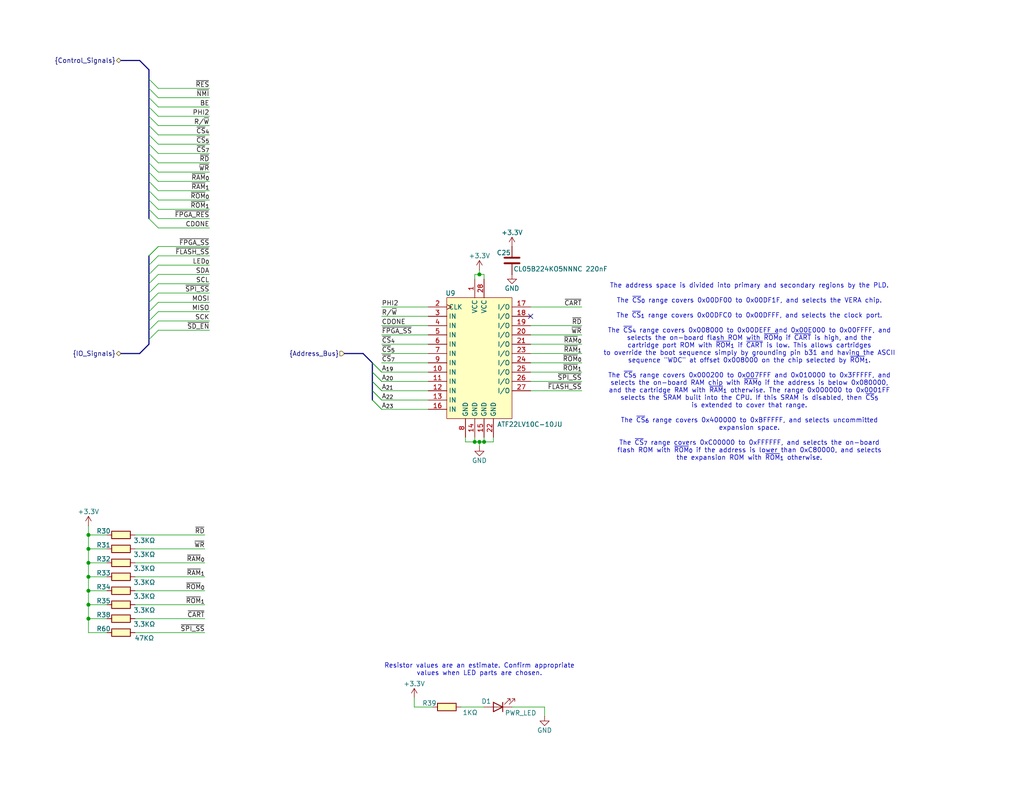
<source format=kicad_sch>
(kicad_sch (version 20231120) (generator "eeschema") (generator_version "8.0")
  (paper "USLetter")
  (lib_symbols
    (symbol "Device:C" (pin_numbers hide) (pin_names (offset 0.254))
      (property "Reference" "C" (at 0.635 2.54 0))
      (property "Value" "C" (at 0.635 -2.54 0))
      (symbol "C_0_1"
        (polyline (pts (xy -2.032 -0.762) (xy 2.032 -0.762)) (stroke (width 0.508)))
        (polyline (pts (xy -2.032 0.762) (xy 2.032 0.762)) (stroke (width 0.508)))
      )
      (symbol "C_1_1"
        (pin passive line (at 0 3.81 270) (length 2.794) (name "~") (number "1"))
        (pin passive line (at 0 -3.81 90) (length 2.794) (name "~") (number "2"))
      )
    )
    (symbol "Device:LED" (pin_numbers hide) (pin_names (offset 1.016) hide)
      (property "Reference" "D" (at 0 2.54 0))
      (property "Value" "LED" (at 0 -2.54 0))
      (symbol "LED_0_1"
        (polyline (pts (xy -1.27 -1.27) (xy -1.27 1.27)) (stroke (width 0.254)))
        (polyline (pts (xy -1.27 0) (xy 1.27 0)))
        (polyline (pts (xy 1.27 -1.27) (xy 1.27 1.27) (xy -1.27 0) (xy 1.27 -1.27)) (stroke (width 0.254)))
        (polyline (pts (xy -3.048 -0.762) (xy -4.572 -2.286) (xy -3.81 -2.286) (xy -4.572 -2.286) (xy -4.572 -1.524)))
        (polyline (pts (xy -1.778 -0.762) (xy -3.302 -2.286) (xy -2.54 -2.286) (xy -3.302 -2.286) (xy -3.302 -1.524)))
      )
      (symbol "LED_1_1"
        (pin passive line (at -3.81 0 0) (length 2.54) (name "K") (number "1"))
        (pin passive line (at 3.81 0 180) (length 2.54) (name "A") (number "2"))
      )
    )
    (symbol "Device:R" (pin_numbers hide) (pin_names (offset 0))
      (property "Reference" "R" (at 2.032 0 90))
      (property "Value" "R" (at 0 0 90))
      (symbol "R_1_1"
        (rectangle (start -1.016 2.54) (end 1.016 -2.54) (stroke (width 0.254)) (fill (type background)))
        (pin passive line (at 0 3.81 270) (length 1.27) (name "~") (number "1"))
        (pin passive line (at 0 -3.81 90) (length 1.27) (name "~") (number "2"))
      )
    )
    (symbol "Sentinel 65X - Prototype 4 V2:ATF22LV10C-10JU"
      (property "Reference" "U" (at 0.557 0.7994 0))
      (property "Value" "ATF22LV10C-10JU" (at 10.16 7.62 0))
      (symbol "ATF22LV10C-10JU_1_1"
        (rectangle (start 0 0) (end 17.78 -33.02) (fill (type background)))
        (pin power_in line (at 7.62 5.08 270) (length 5.08) (name "VCC") (number "1"))
        (pin input line (at -5.08 -20.32 0) (length 5.08) (name "IN") (number "10"))
        (pin input line (at -5.08 -22.86 0) (length 5.08) (name "IN") (number "11"))
        (pin input line (at -5.08 -25.4 0) (length 5.08) (name "IN") (number "12"))
        (pin input line (at -5.08 -27.94 0) (length 5.08) (name "IN") (number "13"))
        (pin power_in line (at 7.62 -38.1 90) (length 5.08) (name "GND") (number "14"))
        (pin power_in line (at 10.16 -38.1 90) (length 5.08) (name "GND") (number "15"))
        (pin input line (at -5.08 -30.48 0) (length 5.08) (name "IN") (number "16"))
        (pin bidirectional line (at 22.86 -2.54 180) (length 5.08) (name "I/O") (number "17"))
        (pin bidirectional line (at 22.86 -5.08 180) (length 5.08) (name "I/O") (number "18"))
        (pin bidirectional line (at 22.86 -7.62 180) (length 5.08) (name "I/O") (number "19"))
        (pin input line (at -5.08 -2.54 0) (length 5.08) (name "IN") (number "2") (alternate "CLK" input clock))
        (pin bidirectional line (at 22.86 -10.16 180) (length 5.08) (name "I/O") (number "20"))
        (pin bidirectional line (at 22.86 -12.7 180) (length 5.08) (name "I/O") (number "21"))
        (pin power_in line (at 12.7 -38.1 90) (length 5.08) (name "GND") (number "22"))
        (pin bidirectional line (at 22.86 -15.24 180) (length 5.08) (name "I/O") (number "23"))
        (pin bidirectional line (at 22.86 -17.78 180) (length 5.08) (name "I/O") (number "24"))
        (pin bidirectional line (at 22.86 -20.32 180) (length 5.08) (name "I/O") (number "25"))
        (pin bidirectional line (at 22.86 -22.86 180) (length 5.08) (name "I/O") (number "26"))
        (pin bidirectional line (at 22.86 -25.4 180) (length 5.08) (name "I/O") (number "27"))
        (pin power_in line (at 10.16 5.08 270) (length 5.08) (name "VCC") (number "28"))
        (pin input line (at -5.08 -5.08 0) (length 5.08) (name "IN") (number "3"))
        (pin input line (at -5.08 -7.62 0) (length 5.08) (name "IN") (number "4"))
        (pin input line (at -5.08 -10.16 0) (length 5.08) (name "IN") (number "5"))
        (pin input line (at -5.08 -12.7 0) (length 5.08) (name "IN") (number "6"))
        (pin input line (at -5.08 -15.24 0) (length 5.08) (name "IN") (number "7"))
        (pin power_in line (at 5.08 -38.1 90) (length 5.08) (name "GND") (number "8"))
        (pin input line (at -5.08 -17.78 0) (length 5.08) (name "IN") (number "9"))
      )
    )
    (symbol "power:+3.3V" (power) (pin_numbers hide) (pin_names (offset 0) hide)
      (property "Value" "+3.3V" (at 0 3.556 0))
      (symbol "+3.3V_0_1"
        (polyline (pts (xy -0.762 1.27) (xy 0 2.54)))
        (polyline (pts (xy 0 0) (xy 0 2.54)))
        (polyline (pts (xy 0 2.54) (xy 0.762 1.27)))
      )
      (symbol "+3.3V_1_1"
        (pin power_in line (at 0 0 90) (length 0) (name "~") (number "1"))
      )
    )
    (symbol "power:GND" (power) (pin_numbers hide) (pin_names (offset 0) hide)
      (property "Value" "GND" (at 0 -3.81 0))
      (symbol "GND_0_1"
        (polyline (pts (xy 0 0) (xy 0 -1.27) (xy 1.27 -1.27) (xy 0 -2.54) (xy -1.27 -1.27) (xy 0 -1.27)))
      )
      (symbol "GND_1_1"
        (pin power_in line (at 0 0 270) (length 0) (name "~") (number "1"))
      )
    )
  )
  (junction (at 130.81 120.65))
  (junction (at 24.13 165.1))
  (junction (at 24.13 161.29))
  (junction (at 129.54 120.65))
  (junction (at 24.13 149.86))
  (junction (at 24.13 153.67))
  (junction (at 24.13 157.48))
  (junction (at 24.13 146.05))
  (junction (at 24.13 168.91))
  (junction (at 130.81 74.93))
  (junction (at 132.08 120.65))
  (no_connect (at 144.78 86.36))
  (bus_entry (at 40.64 92.71) (size 2.54 -2.54))
  (bus_entry (at 40.64 74.93) (size 2.54 -2.54))
  (bus_entry (at 40.64 57.15) (size 2.54 2.54))
  (bus_entry (at 40.64 39.37) (size 2.54 2.54))
  (bus_entry (at 40.64 21.59) (size 2.54 2.54))
  (bus_entry (at 40.64 29.21) (size 2.54 2.54))
  (bus_entry (at 40.64 69.85) (size 2.54 -2.54))
  (bus_entry (at 40.64 31.75) (size 2.54 2.54))
  (bus_entry (at 40.64 52.07) (size 2.54 2.54))
  (bus_entry (at 40.64 59.69) (size 2.54 2.54))
  (bus_entry (at 40.64 24.13) (size 2.54 2.54))
  (bus_entry (at 101.6 101.6) (size 2.54 2.54))
  (bus_entry (at 104.14 106.68) (size -2.54 -2.54))
  (bus_entry (at 40.64 49.53) (size 2.54 2.54))
  (bus_entry (at 40.64 80.01) (size 2.54 -2.54))
  (bus_entry (at 40.64 77.47) (size 2.54 -2.54))
  (bus_entry (at 40.64 34.29) (size 2.54 2.54))
  (bus_entry (at 104.14 104.14) (size -2.54 -2.54))
  (bus_entry (at 104.14 111.76) (size -2.54 -2.54))
  (bus_entry (at 104.14 109.22) (size -2.54 -2.54))
  (bus_entry (at 40.64 54.61) (size 2.54 2.54))
  (bus_entry (at 40.64 87.63) (size 2.54 -2.54))
  (bus_entry (at 101.6 109.22) (size 2.54 2.54))
  (bus_entry (at 101.6 104.14) (size 2.54 2.54))
  (bus_entry (at 40.64 69.85) (size 2.54 -2.54))
  (bus_entry (at 104.14 101.6) (size -2.54 -2.54))
  (bus_entry (at 40.64 26.67) (size 2.54 2.54))
  (bus_entry (at 40.64 72.39) (size 2.54 -2.54))
  (bus_entry (at 40.64 41.91) (size 2.54 2.54))
  (bus_entry (at 40.64 44.45) (size 2.54 2.54))
  (bus_entry (at 40.64 90.17) (size 2.54 -2.54))
  (bus_entry (at 40.64 85.09) (size 2.54 -2.54))
  (bus_entry (at 40.64 82.55) (size 2.54 -2.54))
  (bus_entry (at 40.64 46.99) (size 2.54 2.54))
  (bus_entry (at 101.6 99.06) (size 2.54 2.54))
  (bus_entry (at 40.64 36.83) (size 2.54 2.54))
  (bus_entry (at 101.6 106.68) (size 2.54 2.54))
  (bus (pts (xy 40.64 24.13) (xy 40.64 26.67)))
  (wire (pts (xy 43.18 80.01) (xy 57.15 80.01)))
  (wire (pts (xy 158.75 104.14) (xy 144.78 104.14)))
  (bus (pts (xy 40.64 46.99) (xy 40.64 49.53)))
  (wire (pts (xy 104.14 93.98) (xy 116.84 93.98)))
  (bus (pts (xy 40.64 31.75) (xy 40.64 34.29)))
  (bus (pts (xy 101.6 99.06) (xy 101.6 101.6)))
  (wire (pts (xy 24.13 172.72) (xy 29.21 172.72)))
  (wire (pts (xy 43.18 62.23) (xy 57.15 62.23)))
  (bus (pts (xy 40.64 21.59) (xy 40.64 24.13)))
  (bus (pts (xy 40.64 49.53) (xy 40.64 52.07)))
  (wire (pts (xy 129.54 74.93) (xy 130.81 74.93)))
  (wire (pts (xy 104.14 96.52) (xy 116.84 96.52)))
  (wire (pts (xy 24.13 168.91) (xy 24.13 172.72)))
  (wire (pts (xy 158.75 106.68) (xy 144.78 106.68)))
  (bus (pts (xy 40.64 29.21) (xy 40.64 31.75)))
  (wire (pts (xy 43.18 44.45) (xy 57.15 44.45)))
  (bus (pts (xy 40.64 82.55) (xy 40.64 85.09)))
  (wire (pts (xy 43.18 39.37) (xy 57.15 39.37)))
  (wire (pts (xy 144.78 83.82) (xy 158.75 83.82)))
  (wire (pts (xy 158.75 96.52) (xy 144.78 96.52)))
  (wire (pts (xy 43.18 77.47) (xy 57.15 77.47)))
  (wire (pts (xy 24.13 149.86) (xy 24.13 153.67)))
  (bus (pts (xy 40.64 44.45) (xy 40.64 46.99)))
  (wire (pts (xy 158.75 88.9) (xy 144.78 88.9)))
  (bus (pts (xy 40.64 41.91) (xy 40.64 44.45)))
  (wire (pts (xy 139.7 193.04) (xy 148.59 193.04)))
  (bus (pts (xy 33.02 16.51) (xy 38.1 16.51)))
  (wire (pts (xy 104.14 88.9) (xy 116.84 88.9)))
  (wire (pts (xy 104.14 86.36) (xy 116.84 86.36)))
  (wire (pts (xy 104.14 99.06) (xy 116.84 99.06)))
  (bus (pts (xy 40.64 90.17) (xy 40.64 92.71)))
  (wire (pts (xy 132.08 74.93) (xy 132.08 76.2)))
  (bus (pts (xy 40.64 72.39) (xy 40.64 74.93)))
  (wire (pts (xy 43.18 31.75) (xy 57.15 31.75)))
  (wire (pts (xy 158.75 91.44) (xy 144.78 91.44)))
  (wire (pts (xy 104.14 83.82) (xy 116.84 83.82)))
  (bus (pts (xy 40.64 34.29) (xy 40.64 36.83)))
  (bus (pts (xy 40.64 69.85) (xy 40.64 72.39)))
  (wire (pts (xy 43.18 69.85) (xy 57.15 69.85)))
  (bus (pts (xy 40.64 80.01) (xy 40.64 82.55)))
  (bus (pts (xy 40.64 26.67) (xy 40.64 29.21)))
  (wire (pts (xy 43.18 24.13) (xy 57.15 24.13)))
  (wire (pts (xy 104.14 104.14) (xy 116.84 104.14)))
  (wire (pts (xy 55.88 146.05) (xy 36.83 146.05)))
  (wire (pts (xy 43.18 54.61) (xy 57.15 54.61)))
  (wire (pts (xy 43.18 59.69) (xy 57.15 59.69)))
  (wire (pts (xy 24.13 157.48) (xy 24.13 161.29)))
  (bus (pts (xy 40.64 85.09) (xy 40.64 87.63)))
  (wire (pts (xy 43.18 52.07) (xy 57.15 52.07)))
  (wire (pts (xy 127 120.65) (xy 129.54 120.65)))
  (wire (pts (xy 132.08 119.38) (xy 132.08 120.65)))
  (wire (pts (xy 130.81 120.65) (xy 130.81 121.92)))
  (wire (pts (xy 43.18 67.31) (xy 57.15 67.31)))
  (wire (pts (xy 134.62 119.38) (xy 134.62 120.65)))
  (wire (pts (xy 104.14 109.22) (xy 116.84 109.22)))
  (wire (pts (xy 24.13 149.86) (xy 29.21 149.86)))
  (wire (pts (xy 125.73 193.04) (xy 132.08 193.04)))
  (bus (pts (xy 38.1 96.52) (xy 40.64 93.98)))
  (bus (pts (xy 40.64 57.15) (xy 40.64 59.69)))
  (wire (pts (xy 158.75 99.06) (xy 144.78 99.06)))
  (bus (pts (xy 40.64 87.63) (xy 40.64 90.17)))
  (wire (pts (xy 43.18 85.09) (xy 57.15 85.09)))
  (wire (pts (xy 24.13 165.1) (xy 29.21 165.1)))
  (bus (pts (xy 40.64 39.37) (xy 40.64 41.91)))
  (wire (pts (xy 113.03 193.04) (xy 118.11 193.04)))
  (wire (pts (xy 24.13 161.29) (xy 24.13 165.1)))
  (bus (pts (xy 101.6 106.68) (xy 101.6 109.22)))
  (wire (pts (xy 24.13 153.67) (xy 24.13 157.48)))
  (bus (pts (xy 101.6 104.14) (xy 101.6 106.68)))
  (wire (pts (xy 129.54 120.65) (xy 130.81 120.65)))
  (bus (pts (xy 93.98 96.52) (xy 99.06 96.52)))
  (wire (pts (xy 127 119.38) (xy 127 120.65)))
  (wire (pts (xy 24.13 146.05) (xy 24.13 149.86)))
  (wire (pts (xy 132.08 120.65) (xy 134.62 120.65)))
  (wire (pts (xy 24.13 153.67) (xy 29.21 153.67)))
  (wire (pts (xy 129.54 119.38) (xy 129.54 120.65)))
  (wire (pts (xy 55.88 157.48) (xy 36.83 157.48)))
  (wire (pts (xy 55.88 149.86) (xy 36.83 149.86)))
  (wire (pts (xy 130.81 74.93) (xy 132.08 74.93)))
  (wire (pts (xy 36.83 168.91) (xy 55.88 168.91)))
  (wire (pts (xy 55.88 165.1) (xy 36.83 165.1)))
  (bus (pts (xy 40.64 74.93) (xy 40.64 77.47)))
  (wire (pts (xy 130.81 73.66) (xy 130.81 74.93)))
  (wire (pts (xy 158.75 101.6) (xy 144.78 101.6)))
  (wire (pts (xy 24.13 161.29) (xy 29.21 161.29)))
  (wire (pts (xy 43.18 26.67) (xy 57.15 26.67)))
  (wire (pts (xy 43.18 46.99) (xy 57.15 46.99)))
  (wire (pts (xy 55.88 161.29) (xy 36.83 161.29)))
  (bus (pts (xy 40.64 54.61) (xy 40.64 57.15)))
  (bus (pts (xy 40.64 77.47) (xy 40.64 80.01)))
  (wire (pts (xy 43.18 49.53) (xy 57.15 49.53)))
  (wire (pts (xy 24.13 143.51) (xy 24.13 146.05)))
  (wire (pts (xy 43.18 72.39) (xy 57.15 72.39)))
  (wire (pts (xy 43.18 29.21) (xy 57.15 29.21)))
  (wire (pts (xy 43.18 87.63) (xy 57.15 87.63)))
  (bus (pts (xy 40.64 92.71) (xy 40.64 93.98)))
  (wire (pts (xy 104.14 106.68) (xy 116.84 106.68)))
  (wire (pts (xy 24.13 168.91) (xy 29.21 168.91)))
  (wire (pts (xy 24.13 165.1) (xy 24.13 168.91)))
  (bus (pts (xy 40.64 52.07) (xy 40.64 54.61)))
  (bus (pts (xy 99.06 96.52) (xy 101.6 99.06)))
  (wire (pts (xy 104.14 101.6) (xy 116.84 101.6)))
  (wire (pts (xy 104.14 91.44) (xy 116.84 91.44)))
  (wire (pts (xy 24.13 157.48) (xy 29.21 157.48)))
  (bus (pts (xy 40.64 36.83) (xy 40.64 39.37)))
  (wire (pts (xy 43.18 41.91) (xy 57.15 41.91)))
  (wire (pts (xy 104.14 111.76) (xy 116.84 111.76)))
  (bus (pts (xy 40.64 19.05) (xy 40.64 21.59)))
  (wire (pts (xy 130.81 120.65) (xy 132.08 120.65)))
  (wire (pts (xy 43.18 34.29) (xy 57.15 34.29)))
  (bus (pts (xy 38.1 16.51) (xy 40.64 19.05)))
  (wire (pts (xy 24.13 146.05) (xy 29.21 146.05)))
  (wire (pts (xy 43.18 90.17) (xy 57.15 90.17)))
  (wire (pts (xy 148.59 193.04) (xy 148.59 195.58)))
  (wire (pts (xy 43.18 82.55) (xy 57.15 82.55)))
  (wire (pts (xy 113.03 190.5) (xy 113.03 193.04)))
  (bus (pts (xy 33.02 96.52) (xy 38.1 96.52)))
  (wire (pts (xy 43.18 36.83) (xy 57.15 36.83)))
  (bus (pts (xy 101.6 101.6) (xy 101.6 104.14)))
  (wire (pts (xy 55.88 153.67) (xy 36.83 153.67)))
  (wire (pts (xy 158.75 93.98) (xy 144.78 93.98)))
  (wire (pts (xy 55.88 172.72) (xy 36.83 172.72)))
  (wire (pts (xy 43.18 57.15) (xy 57.15 57.15)))
  (wire (pts (xy 129.54 74.93) (xy 129.54 76.2)))
  (wire (pts (xy 43.18 74.93) (xy 57.15 74.93)))
  (text "The address space is divided into primary and secondary regions by the PLD.\n\nThe ~{CS}_{0} range covers 0x00DF00 to 0x00DF1F, and selects the VERA chip.\n\nThe ~{CS}_{1} range covers 0x00DFC0 to 0x00DFFF, and selects the clock port.\n\nThe ~{CS}_{4} range covers 0x008000 to 0x00DEFF and 0x00E000 to 0x00FFFF, and\nselects the on-board flash ROM with ~{ROM}_{0} if ~{CART} is high, and the\ncartridge port ROM with ~{ROM}_{1} if ~{CART} is low. This allows cartridges\nto override the boot sequence simply by grounding pin b31 and having the ASCII\nsequence \"WDC\" at offset 0x008000 on the chip selected by ~{ROM}_{1}.\n\nThe ~{CS}_{5} range covers 0x000200 to 0x007FFF and 0x010000 to 0x3FFFFF, and\nselects the on-board RAM chip with ~{RAM}_{0} if the address is below 0x080000,\nand the cartridge RAM with ~{RAM}_{1} otherwise. The range 0x000000 to 0x0001FF\nselects the SRAM built into the CPU. If this SRAM is disabled, then ~{CS}_{5}\nis extended to cover that range.\n\nThe ~{CS}_{6} range covers 0x400000 to 0xBFFFFF, and selects uncommitted\nexpansion space.\n\nThe ~{CS}_{7} range covers 0xC00000 to 0xFFFFFF, and selects the on-board\nflash ROM with ~{ROM}_{0} if the address is lower than 0xC80000, and selects\nthe expansion ROM with ~{ROM}_{1} otherwise." (at 204.47 101.6 0) (effects (font (size 1.27 1.27))))
  (text "Resistor values are an estimate. Confirm appropriate\nvalues when LED parts are chosen." (at 130.81 182.88 0) (effects (font (size 1.27 1.27))))
  (label "~{WR}" (at 57.15 46.99 180))
  (label "~{FPGA_SS}" (at 57.15 67.31 180))
  (label "~{FPGA_SS}" (at 104.14 91.44 0))
  (label "~{CS}_{4}" (at 57.15 36.83 180))
  (label "~{RAM}_{0}" (at 55.88 153.67 180))
  (label "MISO" (at 57.15 85.09 180))
  (label "~{CS}_{5}" (at 104.14 96.52 0))
  (label "A_{20}" (at 104.14 104.14 0))
  (label "~{ROM}_{1}" (at 55.88 165.1 180))
  (label "~{ROM}_{0}" (at 57.15 54.61 180))
  (label "MOSI" (at 57.15 82.55 180))
  (label "~{ROM}_{0}" (at 55.88 161.29 180))
  (label "~{FLASH_SS}" (at 57.15 69.85 180))
  (label "SCL" (at 57.15 77.47 180))
  (label "~{CS}_{7}" (at 104.14 99.06 0))
  (label "~{SPI_SS}" (at 55.88 172.72 180))
  (label "~{FPGA_RES}" (at 57.15 59.69 180))
  (label "~{ROM}_{0}" (at 158.75 99.06 180))
  (label "SDA" (at 57.15 74.93 180))
  (label "~{CS}_{4}" (at 104.14 93.98 0))
  (label "R{slash}~{W}" (at 104.14 86.36 0))
  (label "A_{22}" (at 104.14 109.22 0))
  (label "~{RAM}_{1}" (at 158.75 96.52 180))
  (label "PHI2" (at 57.15 31.75 180))
  (label "~{WR}" (at 55.88 149.86 180))
  (label "~{RD}" (at 55.88 146.05 180))
  (label "A_{23}" (at 104.14 111.76 0))
  (label "~{CART}" (at 158.75 83.82 180))
  (label "LED_{0}" (at 57.15 72.39 180))
  (label "A_{21}" (at 104.14 106.68 0))
  (label "PHI2" (at 104.14 83.82 0))
  (label "~{RES}" (at 57.15 24.13 180))
  (label "~{RAM}_{0}" (at 158.75 93.98 180))
  (label "A_{19}" (at 104.14 101.6 0))
  (label "~{SD_EN}" (at 57.15 90.17 180))
  (label "~{CART}" (at 55.88 168.91 180))
  (label "CDONE" (at 57.15 62.23 180))
  (label "~{SPI_SS}" (at 158.75 104.14 180))
  (label "~{NMI}" (at 57.15 26.67 180))
  (label "~{RAM}_{1}" (at 57.15 52.07 180))
  (label "SCK" (at 57.15 87.63 180))
  (label "~{CS}_{5}" (at 57.15 39.37 180))
  (label "~{RD}" (at 57.15 44.45 180))
  (label "CDONE" (at 104.14 88.9 0))
  (label "~{RAM}_{1}" (at 55.88 157.48 180))
  (label "~{WR}" (at 158.75 91.44 180))
  (label "~{SPI_SS}" (at 57.15 80.01 180))
  (label "~{RD}" (at 158.75 88.9 180))
  (label "R{slash}~{W}" (at 57.15 34.29 180))
  (label "~{ROM}_{1}" (at 57.15 57.15 180))
  (label "~{ROM}_{1}" (at 158.75 101.6 180))
  (label "~{CS}_{7}" (at 57.15 41.91 180))
  (label "~{RAM}_{0}" (at 57.15 49.53 180))
  (label "BE" (at 57.15 29.21 180))
  (label "~{FLASH_SS}" (at 158.75 106.68 180))
  (hierarchical_label "{IO_Signals}" (shape bidirectional) (at 33.02 96.52 180))
  (hierarchical_label "{Control_Signals}" (shape bidirectional) (at 33.02 16.51 180))
  (hierarchical_label "{Address_Bus}" (shape input) (at 93.98 96.52 180))
  (symbol (lib_id "power:+3.3V") (at 139.7 67.31 0) (unit 1)
    (property "Reference" "#PWR080" (effects (hide yes)))
    (property "Value" "+3.3V" (at 139.7 63.5 0))
    (property "Description" "Power symbol creates a global label with name \"+3.3V\"" (effects (hide yes)))
  )
  (symbol (lib_id "Device:R") (at 33.02 161.29 90) (unit 1)
    (property "Reference" "R34" (at 28.2644 160.2482 90))
    (property "Value" "3.3KΩ" (at 39.3831 162.8161 90))
    (property "Footprint" "Resistor_SMD:R_0402_1005Metric" (effects (hide yes)))
    (property "Description" "Resistor" (effects (hide yes)))
  )
  (symbol (lib_id "Device:R") (at 33.02 153.67 90) (unit 1)
    (property "Reference" "R32" (at 28.2644 152.6282 90))
    (property "Value" "3.3KΩ" (at 39.3831 155.1961 90))
    (property "Footprint" "Resistor_SMD:R_0402_1005Metric" (effects (hide yes)))
    (property "Description" "Resistor" (effects (hide yes)))
  )
  (symbol (lib_id "power:GND") (at 130.81 121.92 0) (unit 1)
    (property "Reference" "#PWR079" (effects (hide yes)))
    (property "Value" "GND" (at 130.81 125.73 0))
    (property "Description" "Power symbol creates a global label with name \"GND\" , ground" (effects (hide yes)))
  )
  (symbol (lib_id "power:GND") (at 139.7 74.93 0) (unit 1)
    (property "Reference" "#PWR081" (effects (hide yes)))
    (property "Value" "GND" (at 139.7 78.74 0))
    (property "Description" "Power symbol creates a global label with name \"GND\" , ground" (effects (hide yes)))
  )
  (symbol (lib_id "Device:LED") (at 135.89 193.04 180) (unit 1)
    (property "Reference" "D1" (at 132.6856 191.4676 0))
    (property "Value" "PWR_LED" (at 142.0623 194.6577 0))
    (property "Footprint" "LED_THT:LED_D3.0mm" (effects (hide yes)))
    (property "Description" "Light emitting diode" (effects (hide yes)))
  )
  (symbol (lib_id "Device:R") (at 33.02 168.91 90) (unit 1)
    (property "Reference" "R38" (at 28.2644 167.8682 90))
    (property "Value" "3.3KΩ" (at 39.3831 170.4361 90))
    (property "Footprint" "Resistor_SMD:R_0402_1005Metric" (effects (hide yes)))
    (property "Description" "Resistor" (effects (hide yes)))
  )
  (symbol (lib_id "Device:R") (at 33.02 157.48 90) (unit 1)
    (property "Reference" "R33" (at 28.2644 156.4382 90))
    (property "Value" "3.3KΩ" (at 39.3831 159.0061 90))
    (property "Footprint" "Resistor_SMD:R_0402_1005Metric" (effects (hide yes)))
    (property "Description" "Resistor" (effects (hide yes)))
  )
  (symbol (lib_id "Device:R") (at 33.02 146.05 90) (unit 1)
    (property "Reference" "R30" (at 28.2644 145.0082 90))
    (property "Value" "3.3KΩ" (at 39.3831 147.5761 90))
    (property "Footprint" "Resistor_SMD:R_0402_1005Metric" (effects (hide yes)))
    (property "Description" "Resistor" (effects (hide yes)))
  )
  (symbol (lib_id "power:GND") (at 148.59 195.58 0) (unit 1)
    (property "Reference" "#PWR082" (effects (hide yes)))
    (property "Value" "GND" (at 148.59 199.39 0))
    (property "Description" "Power symbol creates a global label with name \"GND\" , ground" (effects (hide yes)))
  )
  (symbol (lib_id "Device:R") (at 33.02 149.86 90) (unit 1)
    (property "Reference" "R31" (at 28.2644 148.8182 90))
    (property "Value" "3.3KΩ" (at 39.3831 151.3861 90))
    (property "Footprint" "Resistor_SMD:R_0402_1005Metric" (effects (hide yes)))
    (property "Description" "Resistor" (effects (hide yes)))
  )
  (symbol (lib_id "Sentinel 65X - Prototype 4 V2:ATF22LV10C-10JU") (at 121.92 81.28 0) (unit 1)
    (property "Reference" "U9" (at 121.5364 80.0449 0) (effects (justify left)))
    (property "Value" "ATF22LV10C-10JU" (at 135.6307 115.861 0) (effects (justify left)))
    (property "Footprint" "Package_LCC:PLCC-28_SMD-Socket" (effects (hide yes)))
    (property "Datasheet" "https://www.mouser.ca/datasheet/2/268/doc0780-1368986.pdf" (effects (hide yes)))
    (property "Description" "High-performance Electrically Erasable Programmable Logic Device" (effects (hide yes)))
    (pin "2" (alternate "CLK"))
  )
  (symbol (lib_id "power:+3.3V") (at 113.03 190.5 0) (unit 1)
    (property "Reference" "#PWR077" (effects (hide yes)))
    (property "Value" "+3.3V" (at 113.03 186.69 0))
    (property "Description" "Power symbol creates a global label with name \"+3.3V\"" (effects (hide yes)))
  )
  (symbol (lib_id "power:+3.3V") (at 130.81 73.66 0) (unit 1)
    (property "Reference" "#PWR078" (effects (hide yes)))
    (property "Value" "+3.3V" (at 130.81 69.85 0))
    (property "Description" "Power symbol creates a global label with name \"+3.3V\"" (effects (hide yes)))
  )
  (symbol (lib_id "Device:R") (at 33.02 172.72 90) (unit 1)
    (property "Reference" "R60" (at 28.2644 171.6782 90))
    (property "Value" "47KΩ" (at 39.3831 174.2461 90))
    (property "Footprint" "Resistor_SMD:R_0402_1005Metric" (effects (hide yes)))
    (property "Description" "Resistor" (effects (hide yes)))
  )
  (symbol (lib_id "Device:C") (at 139.7 71.12 0) (unit 1)
    (property "Reference" "C25" (at 135.504 69.0048 0) (effects (justify left)))
    (property "Value" "CL05B224KO5NNNC 220nF " (at 140.0694 73.4423 0) (effects (justify left)))
    (property "Footprint" "Capacitor_SMD:C_0402_1005Metric" (effects (hide yes)))
    (property "Description" "Unpolarized capacitor" (effects (hide yes)))
  )
  (symbol (lib_id "power:+3.3V") (at 24.13 143.51 0) (unit 1)
    (property "Reference" "#PWR076" (effects (hide yes)))
    (property "Value" "+3.3V" (at 24.13 139.7 0))
    (property "Description" "Power symbol creates a global label with name \"+3.3V\"" (effects (hide yes)))
  )
  (symbol (lib_id "Device:R") (at 33.02 165.1 90) (unit 1)
    (property "Reference" "R35" (at 28.2644 164.0582 90))
    (property "Value" "3.3KΩ" (at 39.3831 166.6261 90))
    (property "Footprint" "Resistor_SMD:R_0402_1005Metric" (effects (hide yes)))
    (property "Description" "Resistor" (effects (hide yes)))
  )
  (symbol (lib_id "Device:R") (at 121.92 193.04 90) (unit 1)
    (property "Reference" "R39" (at 117.1644 191.9982 90))
    (property "Value" "1KΩ" (at 128.2831 194.5661 90))
    (property "Footprint" "Resistor_SMD:R_0402_1005Metric" (effects (hide yes)))
    (property "Description" "Resistor" (effects (hide yes)))
  )
)
</source>
